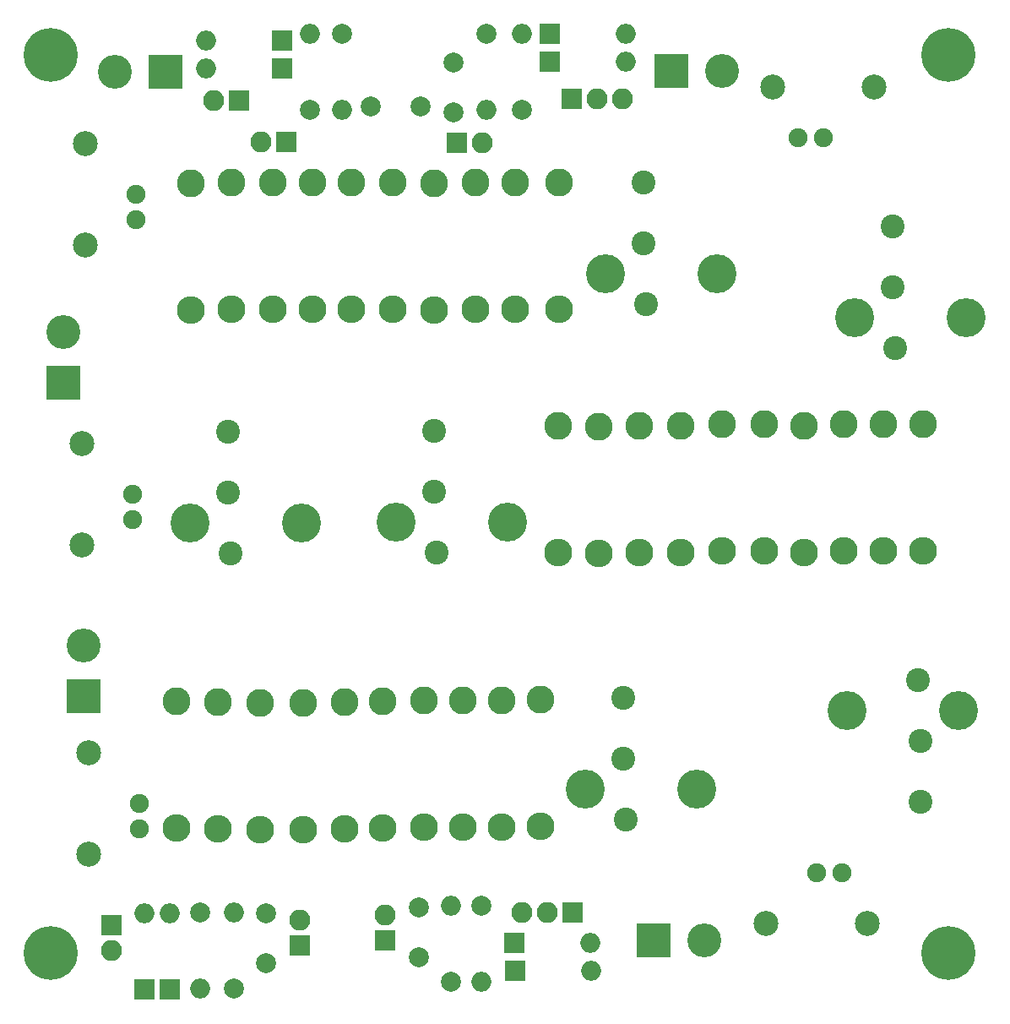
<source format=gbr>
G04 #@! TF.FileFunction,Soldermask,Bot*
%FSLAX46Y46*%
G04 Gerber Fmt 4.6, Leading zero omitted, Abs format (unit mm)*
G04 Created by KiCad (PCBNEW 4.0.7) date 02/24/19 00:24:15*
%MOMM*%
%LPD*%
G01*
G04 APERTURE LIST*
%ADD10C,0.100000*%
%ADD11R,3.400000X3.400000*%
%ADD12C,3.400000*%
%ADD13C,1.900000*%
%ADD14C,2.500000*%
%ADD15C,5.400000*%
%ADD16C,2.000000*%
%ADD17O,2.000000X2.000000*%
%ADD18R,2.000000X2.000000*%
%ADD19C,2.400000*%
%ADD20C,3.900000*%
%ADD21R,2.100000X2.100000*%
%ADD22O,2.100000X2.100000*%
%ADD23C,2.800000*%
%ADD24O,2.800000X2.800000*%
G04 APERTURE END LIST*
D10*
D11*
X46278800Y-77851000D03*
D12*
X46278800Y-72771000D03*
D13*
X53172400Y-89052400D03*
X53172400Y-91592400D03*
D14*
X48092400Y-94132400D03*
X48092400Y-83972400D03*
D15*
X45000000Y-45000000D03*
X135000000Y-45000000D03*
X45000000Y-135000000D03*
X135000000Y-135000000D03*
D16*
X66548000Y-131064000D03*
X66548000Y-136064000D03*
X81915000Y-130429000D03*
X81915000Y-135429000D03*
X59944000Y-130937000D03*
D17*
X59944000Y-138557000D03*
D16*
X63373000Y-138557000D03*
D17*
X63373000Y-130937000D03*
D18*
X54356000Y-138684000D03*
D17*
X54356000Y-131064000D03*
D19*
X104648000Y-70002400D03*
X104394000Y-63906400D03*
X104394000Y-57810400D03*
D20*
X100584000Y-66954400D03*
X111760000Y-66954400D03*
D19*
X102666800Y-121666000D03*
X102412800Y-115570000D03*
X102412800Y-109474000D03*
D20*
X98602800Y-118618000D03*
X109778800Y-118618000D03*
D19*
X129667000Y-74422000D03*
X129413000Y-68326000D03*
X129413000Y-62230000D03*
D20*
X125603000Y-71374000D03*
X136779000Y-71374000D03*
D19*
X131953000Y-107696000D03*
X132207000Y-113792000D03*
X132207000Y-119888000D03*
D20*
X136017000Y-110744000D03*
X124841000Y-110744000D03*
D19*
X83693000Y-94869000D03*
X83439000Y-88773000D03*
X83439000Y-82677000D03*
D20*
X79629000Y-91821000D03*
X90805000Y-91821000D03*
D19*
X63017400Y-94945200D03*
X62763400Y-88849200D03*
X62763400Y-82753200D03*
D20*
X58953400Y-91897200D03*
X70129400Y-91897200D03*
D13*
X122428000Y-53274000D03*
X119888000Y-53274000D03*
D14*
X117348000Y-48194000D03*
X127508000Y-48194000D03*
D13*
X53502600Y-58953400D03*
X53502600Y-61493400D03*
D14*
X48422600Y-64033400D03*
X48422600Y-53873400D03*
D13*
X53870900Y-120015000D03*
X53870900Y-122555000D03*
D14*
X48790900Y-125095000D03*
X48790900Y-114935000D03*
D13*
X121793000Y-126939000D03*
X124333000Y-126939000D03*
D14*
X126873000Y-132019000D03*
X116713000Y-132019000D03*
D11*
X107188000Y-46609000D03*
D12*
X112268000Y-46609000D03*
D11*
X56494680Y-46675040D03*
D12*
X51414680Y-46675040D03*
D11*
X48280320Y-109301280D03*
D12*
X48280320Y-104221280D03*
D11*
X105410000Y-133731000D03*
D12*
X110490000Y-133731000D03*
D16*
X85344000Y-50800000D03*
X85344000Y-45800000D03*
X77089000Y-50165000D03*
X82089000Y-50165000D03*
D21*
X85725000Y-53848000D03*
D22*
X88265000Y-53848000D03*
D21*
X68580000Y-53721000D03*
D22*
X66040000Y-53721000D03*
D16*
X88646000Y-42926000D03*
D17*
X88646000Y-50546000D03*
D16*
X70993000Y-50546000D03*
D17*
X70993000Y-42926000D03*
D16*
X74168000Y-42926000D03*
D17*
X74168000Y-50546000D03*
D16*
X92202000Y-50546000D03*
D17*
X92202000Y-42926000D03*
D18*
X94996000Y-45720000D03*
D17*
X102616000Y-45720000D03*
D18*
X68199000Y-46355000D03*
D17*
X60579000Y-46355000D03*
D18*
X94996000Y-42926000D03*
D17*
X102616000Y-42926000D03*
D18*
X68199000Y-43561000D03*
D17*
X60579000Y-43561000D03*
D18*
X91440000Y-133985000D03*
D17*
X99060000Y-133985000D03*
D18*
X56896000Y-138684000D03*
D17*
X56896000Y-131064000D03*
D18*
X91567000Y-136779000D03*
D17*
X99187000Y-136779000D03*
D21*
X51054000Y-132207000D03*
D22*
X51054000Y-134747000D03*
D21*
X69977000Y-134239000D03*
D22*
X69977000Y-131699000D03*
D21*
X78486000Y-133731000D03*
D22*
X78486000Y-131191000D03*
D16*
X88138000Y-130302000D03*
D17*
X88138000Y-137922000D03*
D16*
X85090000Y-137922000D03*
D17*
X85090000Y-130302000D03*
D21*
X97282000Y-130937000D03*
D22*
X94742000Y-130937000D03*
X92202000Y-130937000D03*
D21*
X97180400Y-49428400D03*
D22*
X99720400Y-49428400D03*
X102260400Y-49428400D03*
D21*
X63855600Y-49580800D03*
D22*
X61315600Y-49580800D03*
D23*
X94043500Y-109639100D03*
D24*
X94043500Y-122339100D03*
D23*
X90195400Y-109689900D03*
D24*
X90195400Y-122389900D03*
D23*
X86283800Y-109689900D03*
D24*
X86283800Y-122389900D03*
D23*
X82423000Y-109689900D03*
D24*
X82423000Y-122389900D03*
D23*
X57556400Y-109804200D03*
D24*
X57556400Y-122504200D03*
D23*
X78232000Y-109753400D03*
D24*
X78232000Y-122453400D03*
D23*
X74434700Y-109855000D03*
D24*
X74434700Y-122555000D03*
D23*
X70243700Y-109918500D03*
D24*
X70243700Y-122618500D03*
D23*
X61747400Y-109855000D03*
D24*
X61747400Y-122555000D03*
D23*
X65938400Y-109918500D03*
D24*
X65938400Y-122618500D03*
D23*
X95834200Y-82199480D03*
D24*
X95834200Y-94899480D03*
D23*
X99913440Y-82255360D03*
D24*
X99913440Y-94955360D03*
D23*
X103992680Y-82199480D03*
D24*
X103992680Y-94899480D03*
D23*
X108127800Y-82143600D03*
D24*
X108127800Y-94843600D03*
D23*
X112280700Y-82054700D03*
D24*
X112280700Y-94754700D03*
D23*
X116547900Y-82054700D03*
D24*
X116547900Y-94754700D03*
D23*
X120459500Y-82143600D03*
D24*
X120459500Y-94843600D03*
D23*
X124460000Y-82054700D03*
D24*
X124460000Y-94754700D03*
D23*
X128460500Y-82054700D03*
D24*
X128460500Y-94754700D03*
D23*
X132461000Y-82054700D03*
D24*
X132461000Y-94754700D03*
D23*
X95923100Y-57785000D03*
D24*
X95923100Y-70485000D03*
D23*
X91554300Y-57759600D03*
D24*
X91554300Y-70459600D03*
D23*
X87553800Y-57835800D03*
D24*
X87553800Y-70535800D03*
D23*
X83400900Y-57873900D03*
D24*
X83400900Y-70573900D03*
D23*
X79298800Y-57785000D03*
D24*
X79298800Y-70485000D03*
D23*
X75120500Y-57785000D03*
D24*
X75120500Y-70485000D03*
D23*
X71208900Y-57785000D03*
D24*
X71208900Y-70485000D03*
D23*
X67208400Y-57785000D03*
D24*
X67208400Y-70485000D03*
D23*
X63119000Y-57785000D03*
D24*
X63119000Y-70485000D03*
D23*
X59029600Y-57873900D03*
D24*
X59029600Y-70573900D03*
M02*

</source>
